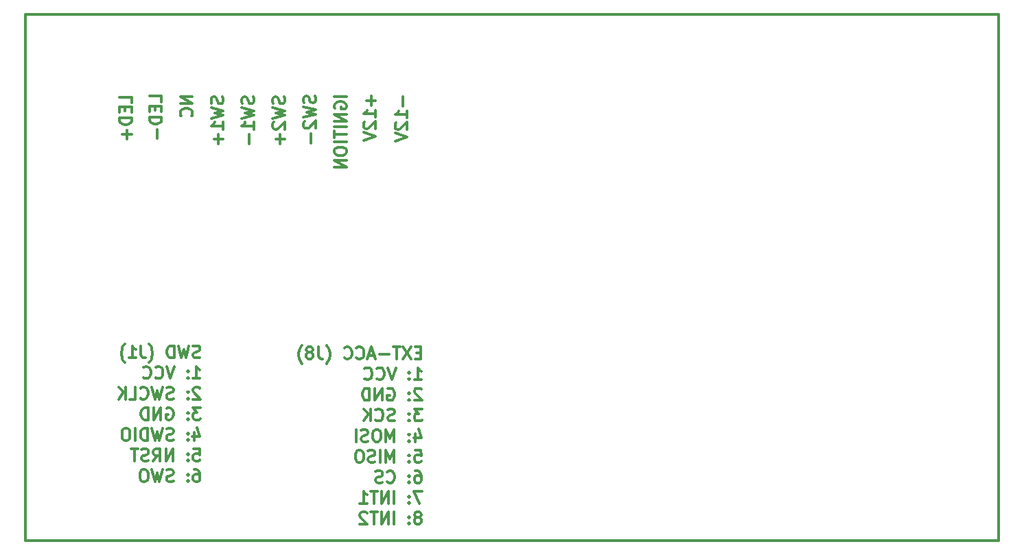
<source format=gbo>
G04 #@! TF.GenerationSoftware,KiCad,Pcbnew,5.0.2-bee76a0~70~ubuntu18.04.1*
G04 #@! TF.CreationDate,2019-02-06T18:27:39+01:00*
G04 #@! TF.ProjectId,g-track,672d7472-6163-46b2-9e6b-696361645f70,rev?*
G04 #@! TF.SameCoordinates,Original*
G04 #@! TF.FileFunction,Legend,Bot*
G04 #@! TF.FilePolarity,Positive*
%FSLAX46Y46*%
G04 Gerber Fmt 4.6, Leading zero omitted, Abs format (unit mm)*
G04 Created by KiCad (PCBNEW 5.0.2-bee76a0~70~ubuntu18.04.1) date 2019. febr. 6., szerda, 18:27:39 CET*
%MOMM*%
%LPD*%
G01*
G04 APERTURE LIST*
%ADD10C,0.300000*%
G04 APERTURE END LIST*
D10*
X110578571Y-65121428D02*
X109078571Y-65121428D01*
X110578571Y-65978571D01*
X109078571Y-65978571D01*
X110435714Y-67550000D02*
X110507142Y-67478571D01*
X110578571Y-67264285D01*
X110578571Y-67121428D01*
X110507142Y-66907142D01*
X110364285Y-66764285D01*
X110221428Y-66692857D01*
X109935714Y-66621428D01*
X109721428Y-66621428D01*
X109435714Y-66692857D01*
X109292857Y-66764285D01*
X109150000Y-66907142D01*
X109078571Y-67121428D01*
X109078571Y-67264285D01*
X109150000Y-67478571D01*
X109221428Y-67550000D01*
X103078571Y-65907142D02*
X103078571Y-65192857D01*
X101578571Y-65192857D01*
X102292857Y-66407142D02*
X102292857Y-66907142D01*
X103078571Y-67121428D02*
X103078571Y-66407142D01*
X101578571Y-66407142D01*
X101578571Y-67121428D01*
X103078571Y-67764285D02*
X101578571Y-67764285D01*
X101578571Y-68121428D01*
X101650000Y-68335714D01*
X101792857Y-68478571D01*
X101935714Y-68550000D01*
X102221428Y-68621428D01*
X102435714Y-68621428D01*
X102721428Y-68550000D01*
X102864285Y-68478571D01*
X103007142Y-68335714D01*
X103078571Y-68121428D01*
X103078571Y-67764285D01*
X102507142Y-69264285D02*
X102507142Y-70407142D01*
X103078571Y-69835714D02*
X101935714Y-69835714D01*
X106778571Y-65807142D02*
X106778571Y-65092857D01*
X105278571Y-65092857D01*
X105992857Y-66307142D02*
X105992857Y-66807142D01*
X106778571Y-67021428D02*
X106778571Y-66307142D01*
X105278571Y-66307142D01*
X105278571Y-67021428D01*
X106778571Y-67664285D02*
X105278571Y-67664285D01*
X105278571Y-68021428D01*
X105350000Y-68235714D01*
X105492857Y-68378571D01*
X105635714Y-68450000D01*
X105921428Y-68521428D01*
X106135714Y-68521428D01*
X106421428Y-68450000D01*
X106564285Y-68378571D01*
X106707142Y-68235714D01*
X106778571Y-68021428D01*
X106778571Y-67664285D01*
X106207142Y-69164285D02*
X106207142Y-70307142D01*
X114307142Y-65171428D02*
X114378571Y-65385714D01*
X114378571Y-65742857D01*
X114307142Y-65885714D01*
X114235714Y-65957142D01*
X114092857Y-66028571D01*
X113950000Y-66028571D01*
X113807142Y-65957142D01*
X113735714Y-65885714D01*
X113664285Y-65742857D01*
X113592857Y-65457142D01*
X113521428Y-65314285D01*
X113450000Y-65242857D01*
X113307142Y-65171428D01*
X113164285Y-65171428D01*
X113021428Y-65242857D01*
X112950000Y-65314285D01*
X112878571Y-65457142D01*
X112878571Y-65814285D01*
X112950000Y-66028571D01*
X112878571Y-66528571D02*
X114378571Y-66885714D01*
X113307142Y-67171428D01*
X114378571Y-67457142D01*
X112878571Y-67814285D01*
X114378571Y-69171428D02*
X114378571Y-68314285D01*
X114378571Y-68742857D02*
X112878571Y-68742857D01*
X113092857Y-68600000D01*
X113235714Y-68457142D01*
X113307142Y-68314285D01*
X113807142Y-69814285D02*
X113807142Y-70957142D01*
X114378571Y-70385714D02*
X113235714Y-70385714D01*
X118107142Y-65171428D02*
X118178571Y-65385714D01*
X118178571Y-65742857D01*
X118107142Y-65885714D01*
X118035714Y-65957142D01*
X117892857Y-66028571D01*
X117750000Y-66028571D01*
X117607142Y-65957142D01*
X117535714Y-65885714D01*
X117464285Y-65742857D01*
X117392857Y-65457142D01*
X117321428Y-65314285D01*
X117250000Y-65242857D01*
X117107142Y-65171428D01*
X116964285Y-65171428D01*
X116821428Y-65242857D01*
X116750000Y-65314285D01*
X116678571Y-65457142D01*
X116678571Y-65814285D01*
X116750000Y-66028571D01*
X116678571Y-66528571D02*
X118178571Y-66885714D01*
X117107142Y-67171428D01*
X118178571Y-67457142D01*
X116678571Y-67814285D01*
X118178571Y-69171428D02*
X118178571Y-68314285D01*
X118178571Y-68742857D02*
X116678571Y-68742857D01*
X116892857Y-68600000D01*
X117035714Y-68457142D01*
X117107142Y-68314285D01*
X117607142Y-69814285D02*
X117607142Y-70957142D01*
X121907142Y-65171428D02*
X121978571Y-65385714D01*
X121978571Y-65742857D01*
X121907142Y-65885714D01*
X121835714Y-65957142D01*
X121692857Y-66028571D01*
X121550000Y-66028571D01*
X121407142Y-65957142D01*
X121335714Y-65885714D01*
X121264285Y-65742857D01*
X121192857Y-65457142D01*
X121121428Y-65314285D01*
X121050000Y-65242857D01*
X120907142Y-65171428D01*
X120764285Y-65171428D01*
X120621428Y-65242857D01*
X120550000Y-65314285D01*
X120478571Y-65457142D01*
X120478571Y-65814285D01*
X120550000Y-66028571D01*
X120478571Y-66528571D02*
X121978571Y-66885714D01*
X120907142Y-67171428D01*
X121978571Y-67457142D01*
X120478571Y-67814285D01*
X120621428Y-68314285D02*
X120550000Y-68385714D01*
X120478571Y-68528571D01*
X120478571Y-68885714D01*
X120550000Y-69028571D01*
X120621428Y-69100000D01*
X120764285Y-69171428D01*
X120907142Y-69171428D01*
X121121428Y-69100000D01*
X121978571Y-68242857D01*
X121978571Y-69171428D01*
X121407142Y-69814285D02*
X121407142Y-70957142D01*
X121978571Y-70385714D02*
X120835714Y-70385714D01*
X125707142Y-65071428D02*
X125778571Y-65285714D01*
X125778571Y-65642857D01*
X125707142Y-65785714D01*
X125635714Y-65857142D01*
X125492857Y-65928571D01*
X125350000Y-65928571D01*
X125207142Y-65857142D01*
X125135714Y-65785714D01*
X125064285Y-65642857D01*
X124992857Y-65357142D01*
X124921428Y-65214285D01*
X124850000Y-65142857D01*
X124707142Y-65071428D01*
X124564285Y-65071428D01*
X124421428Y-65142857D01*
X124350000Y-65214285D01*
X124278571Y-65357142D01*
X124278571Y-65714285D01*
X124350000Y-65928571D01*
X124278571Y-66428571D02*
X125778571Y-66785714D01*
X124707142Y-67071428D01*
X125778571Y-67357142D01*
X124278571Y-67714285D01*
X124421428Y-68214285D02*
X124350000Y-68285714D01*
X124278571Y-68428571D01*
X124278571Y-68785714D01*
X124350000Y-68928571D01*
X124421428Y-69000000D01*
X124564285Y-69071428D01*
X124707142Y-69071428D01*
X124921428Y-69000000D01*
X125778571Y-68142857D01*
X125778571Y-69071428D01*
X125207142Y-69714285D02*
X125207142Y-70857142D01*
X129578571Y-65107142D02*
X128078571Y-65107142D01*
X128150000Y-66607142D02*
X128078571Y-66464285D01*
X128078571Y-66250000D01*
X128150000Y-66035714D01*
X128292857Y-65892857D01*
X128435714Y-65821428D01*
X128721428Y-65750000D01*
X128935714Y-65750000D01*
X129221428Y-65821428D01*
X129364285Y-65892857D01*
X129507142Y-66035714D01*
X129578571Y-66250000D01*
X129578571Y-66392857D01*
X129507142Y-66607142D01*
X129435714Y-66678571D01*
X128935714Y-66678571D01*
X128935714Y-66392857D01*
X129578571Y-67321428D02*
X128078571Y-67321428D01*
X129578571Y-68178571D01*
X128078571Y-68178571D01*
X129578571Y-68892857D02*
X128078571Y-68892857D01*
X128078571Y-69392857D02*
X128078571Y-70250000D01*
X129578571Y-69821428D02*
X128078571Y-69821428D01*
X129578571Y-70750000D02*
X128078571Y-70750000D01*
X128078571Y-71750000D02*
X128078571Y-72035714D01*
X128150000Y-72178571D01*
X128292857Y-72321428D01*
X128578571Y-72392857D01*
X129078571Y-72392857D01*
X129364285Y-72321428D01*
X129507142Y-72178571D01*
X129578571Y-72035714D01*
X129578571Y-71750000D01*
X129507142Y-71607142D01*
X129364285Y-71464285D01*
X129078571Y-71392857D01*
X128578571Y-71392857D01*
X128292857Y-71464285D01*
X128150000Y-71607142D01*
X128078571Y-71750000D01*
X129578571Y-73035714D02*
X128078571Y-73035714D01*
X129578571Y-73892857D01*
X128078571Y-73892857D01*
X132607142Y-65057142D02*
X132607142Y-66200000D01*
X133178571Y-65628571D02*
X132035714Y-65628571D01*
X133178571Y-67700000D02*
X133178571Y-66842857D01*
X133178571Y-67271428D02*
X131678571Y-67271428D01*
X131892857Y-67128571D01*
X132035714Y-66985714D01*
X132107142Y-66842857D01*
X131821428Y-68271428D02*
X131750000Y-68342857D01*
X131678571Y-68485714D01*
X131678571Y-68842857D01*
X131750000Y-68985714D01*
X131821428Y-69057142D01*
X131964285Y-69128571D01*
X132107142Y-69128571D01*
X132321428Y-69057142D01*
X133178571Y-68200000D01*
X133178571Y-69128571D01*
X131678571Y-69557142D02*
X133178571Y-70057142D01*
X131678571Y-70557142D01*
X136507142Y-65157142D02*
X136507142Y-66300000D01*
X137078571Y-67800000D02*
X137078571Y-66942857D01*
X137078571Y-67371428D02*
X135578571Y-67371428D01*
X135792857Y-67228571D01*
X135935714Y-67085714D01*
X136007142Y-66942857D01*
X135721428Y-68371428D02*
X135650000Y-68442857D01*
X135578571Y-68585714D01*
X135578571Y-68942857D01*
X135650000Y-69085714D01*
X135721428Y-69157142D01*
X135864285Y-69228571D01*
X136007142Y-69228571D01*
X136221428Y-69157142D01*
X137078571Y-68300000D01*
X137078571Y-69228571D01*
X135578571Y-69657142D02*
X137078571Y-70157142D01*
X135578571Y-70657142D01*
X138747857Y-96792857D02*
X138247857Y-96792857D01*
X138033571Y-97578571D02*
X138747857Y-97578571D01*
X138747857Y-96078571D01*
X138033571Y-96078571D01*
X137533571Y-96078571D02*
X136533571Y-97578571D01*
X136533571Y-96078571D02*
X137533571Y-97578571D01*
X136176428Y-96078571D02*
X135319285Y-96078571D01*
X135747857Y-97578571D02*
X135747857Y-96078571D01*
X134819285Y-97007142D02*
X133676428Y-97007142D01*
X133033571Y-97150000D02*
X132319285Y-97150000D01*
X133176428Y-97578571D02*
X132676428Y-96078571D01*
X132176428Y-97578571D01*
X130819285Y-97435714D02*
X130890714Y-97507142D01*
X131105000Y-97578571D01*
X131247857Y-97578571D01*
X131462142Y-97507142D01*
X131605000Y-97364285D01*
X131676428Y-97221428D01*
X131747857Y-96935714D01*
X131747857Y-96721428D01*
X131676428Y-96435714D01*
X131605000Y-96292857D01*
X131462142Y-96150000D01*
X131247857Y-96078571D01*
X131105000Y-96078571D01*
X130890714Y-96150000D01*
X130819285Y-96221428D01*
X129319285Y-97435714D02*
X129390714Y-97507142D01*
X129605000Y-97578571D01*
X129747857Y-97578571D01*
X129962142Y-97507142D01*
X130105000Y-97364285D01*
X130176428Y-97221428D01*
X130247857Y-96935714D01*
X130247857Y-96721428D01*
X130176428Y-96435714D01*
X130105000Y-96292857D01*
X129962142Y-96150000D01*
X129747857Y-96078571D01*
X129605000Y-96078571D01*
X129390714Y-96150000D01*
X129319285Y-96221428D01*
X127105000Y-98150000D02*
X127176428Y-98078571D01*
X127319285Y-97864285D01*
X127390714Y-97721428D01*
X127462142Y-97507142D01*
X127533571Y-97150000D01*
X127533571Y-96864285D01*
X127462142Y-96507142D01*
X127390714Y-96292857D01*
X127319285Y-96150000D01*
X127176428Y-95935714D01*
X127105000Y-95864285D01*
X126105000Y-96078571D02*
X126105000Y-97150000D01*
X126176428Y-97364285D01*
X126319285Y-97507142D01*
X126533571Y-97578571D01*
X126676428Y-97578571D01*
X125176428Y-96721428D02*
X125319285Y-96650000D01*
X125390714Y-96578571D01*
X125462142Y-96435714D01*
X125462142Y-96364285D01*
X125390714Y-96221428D01*
X125319285Y-96150000D01*
X125176428Y-96078571D01*
X124890714Y-96078571D01*
X124747857Y-96150000D01*
X124676428Y-96221428D01*
X124605000Y-96364285D01*
X124605000Y-96435714D01*
X124676428Y-96578571D01*
X124747857Y-96650000D01*
X124890714Y-96721428D01*
X125176428Y-96721428D01*
X125319285Y-96792857D01*
X125390714Y-96864285D01*
X125462142Y-97007142D01*
X125462142Y-97292857D01*
X125390714Y-97435714D01*
X125319285Y-97507142D01*
X125176428Y-97578571D01*
X124890714Y-97578571D01*
X124747857Y-97507142D01*
X124676428Y-97435714D01*
X124605000Y-97292857D01*
X124605000Y-97007142D01*
X124676428Y-96864285D01*
X124747857Y-96792857D01*
X124890714Y-96721428D01*
X124105000Y-98150000D02*
X124033571Y-98078571D01*
X123890714Y-97864285D01*
X123819285Y-97721428D01*
X123747857Y-97507142D01*
X123676428Y-97150000D01*
X123676428Y-96864285D01*
X123747857Y-96507142D01*
X123819285Y-96292857D01*
X123890714Y-96150000D01*
X124033571Y-95935714D01*
X124105000Y-95864285D01*
X137962142Y-100128571D02*
X138819285Y-100128571D01*
X138390714Y-100128571D02*
X138390714Y-98628571D01*
X138533571Y-98842857D01*
X138676428Y-98985714D01*
X138819285Y-99057142D01*
X137319285Y-99985714D02*
X137247857Y-100057142D01*
X137319285Y-100128571D01*
X137390714Y-100057142D01*
X137319285Y-99985714D01*
X137319285Y-100128571D01*
X137319285Y-99200000D02*
X137247857Y-99271428D01*
X137319285Y-99342857D01*
X137390714Y-99271428D01*
X137319285Y-99200000D01*
X137319285Y-99342857D01*
X135676428Y-98628571D02*
X135176428Y-100128571D01*
X134676428Y-98628571D01*
X133319285Y-99985714D02*
X133390714Y-100057142D01*
X133605000Y-100128571D01*
X133747857Y-100128571D01*
X133962142Y-100057142D01*
X134105000Y-99914285D01*
X134176428Y-99771428D01*
X134247857Y-99485714D01*
X134247857Y-99271428D01*
X134176428Y-98985714D01*
X134105000Y-98842857D01*
X133962142Y-98700000D01*
X133747857Y-98628571D01*
X133605000Y-98628571D01*
X133390714Y-98700000D01*
X133319285Y-98771428D01*
X131819285Y-99985714D02*
X131890714Y-100057142D01*
X132105000Y-100128571D01*
X132247857Y-100128571D01*
X132462142Y-100057142D01*
X132605000Y-99914285D01*
X132676428Y-99771428D01*
X132747857Y-99485714D01*
X132747857Y-99271428D01*
X132676428Y-98985714D01*
X132605000Y-98842857D01*
X132462142Y-98700000D01*
X132247857Y-98628571D01*
X132105000Y-98628571D01*
X131890714Y-98700000D01*
X131819285Y-98771428D01*
X138819285Y-101321428D02*
X138747857Y-101250000D01*
X138605000Y-101178571D01*
X138247857Y-101178571D01*
X138105000Y-101250000D01*
X138033571Y-101321428D01*
X137962142Y-101464285D01*
X137962142Y-101607142D01*
X138033571Y-101821428D01*
X138890714Y-102678571D01*
X137962142Y-102678571D01*
X137319285Y-102535714D02*
X137247857Y-102607142D01*
X137319285Y-102678571D01*
X137390714Y-102607142D01*
X137319285Y-102535714D01*
X137319285Y-102678571D01*
X137319285Y-101750000D02*
X137247857Y-101821428D01*
X137319285Y-101892857D01*
X137390714Y-101821428D01*
X137319285Y-101750000D01*
X137319285Y-101892857D01*
X134676428Y-101250000D02*
X134819285Y-101178571D01*
X135033571Y-101178571D01*
X135247857Y-101250000D01*
X135390714Y-101392857D01*
X135462142Y-101535714D01*
X135533571Y-101821428D01*
X135533571Y-102035714D01*
X135462142Y-102321428D01*
X135390714Y-102464285D01*
X135247857Y-102607142D01*
X135033571Y-102678571D01*
X134890714Y-102678571D01*
X134676428Y-102607142D01*
X134605000Y-102535714D01*
X134605000Y-102035714D01*
X134890714Y-102035714D01*
X133962142Y-102678571D02*
X133962142Y-101178571D01*
X133105000Y-102678571D01*
X133105000Y-101178571D01*
X132390714Y-102678571D02*
X132390714Y-101178571D01*
X132033571Y-101178571D01*
X131819285Y-101250000D01*
X131676428Y-101392857D01*
X131605000Y-101535714D01*
X131533571Y-101821428D01*
X131533571Y-102035714D01*
X131605000Y-102321428D01*
X131676428Y-102464285D01*
X131819285Y-102607142D01*
X132033571Y-102678571D01*
X132390714Y-102678571D01*
X138890714Y-103728571D02*
X137962142Y-103728571D01*
X138462142Y-104300000D01*
X138247857Y-104300000D01*
X138105000Y-104371428D01*
X138033571Y-104442857D01*
X137962142Y-104585714D01*
X137962142Y-104942857D01*
X138033571Y-105085714D01*
X138105000Y-105157142D01*
X138247857Y-105228571D01*
X138676428Y-105228571D01*
X138819285Y-105157142D01*
X138890714Y-105085714D01*
X137319285Y-105085714D02*
X137247857Y-105157142D01*
X137319285Y-105228571D01*
X137390714Y-105157142D01*
X137319285Y-105085714D01*
X137319285Y-105228571D01*
X137319285Y-104300000D02*
X137247857Y-104371428D01*
X137319285Y-104442857D01*
X137390714Y-104371428D01*
X137319285Y-104300000D01*
X137319285Y-104442857D01*
X135533571Y-105157142D02*
X135319285Y-105228571D01*
X134962142Y-105228571D01*
X134819285Y-105157142D01*
X134747857Y-105085714D01*
X134676428Y-104942857D01*
X134676428Y-104800000D01*
X134747857Y-104657142D01*
X134819285Y-104585714D01*
X134962142Y-104514285D01*
X135247857Y-104442857D01*
X135390714Y-104371428D01*
X135462142Y-104300000D01*
X135533571Y-104157142D01*
X135533571Y-104014285D01*
X135462142Y-103871428D01*
X135390714Y-103800000D01*
X135247857Y-103728571D01*
X134890714Y-103728571D01*
X134676428Y-103800000D01*
X133176428Y-105085714D02*
X133247857Y-105157142D01*
X133462142Y-105228571D01*
X133605000Y-105228571D01*
X133819285Y-105157142D01*
X133962142Y-105014285D01*
X134033571Y-104871428D01*
X134105000Y-104585714D01*
X134105000Y-104371428D01*
X134033571Y-104085714D01*
X133962142Y-103942857D01*
X133819285Y-103800000D01*
X133605000Y-103728571D01*
X133462142Y-103728571D01*
X133247857Y-103800000D01*
X133176428Y-103871428D01*
X132533571Y-105228571D02*
X132533571Y-103728571D01*
X131676428Y-105228571D02*
X132319285Y-104371428D01*
X131676428Y-103728571D02*
X132533571Y-104585714D01*
X138105000Y-106778571D02*
X138105000Y-107778571D01*
X138462142Y-106207142D02*
X138819285Y-107278571D01*
X137890714Y-107278571D01*
X137319285Y-107635714D02*
X137247857Y-107707142D01*
X137319285Y-107778571D01*
X137390714Y-107707142D01*
X137319285Y-107635714D01*
X137319285Y-107778571D01*
X137319285Y-106850000D02*
X137247857Y-106921428D01*
X137319285Y-106992857D01*
X137390714Y-106921428D01*
X137319285Y-106850000D01*
X137319285Y-106992857D01*
X135462142Y-107778571D02*
X135462142Y-106278571D01*
X134962142Y-107350000D01*
X134462142Y-106278571D01*
X134462142Y-107778571D01*
X133462142Y-106278571D02*
X133176428Y-106278571D01*
X133033571Y-106350000D01*
X132890714Y-106492857D01*
X132819285Y-106778571D01*
X132819285Y-107278571D01*
X132890714Y-107564285D01*
X133033571Y-107707142D01*
X133176428Y-107778571D01*
X133462142Y-107778571D01*
X133605000Y-107707142D01*
X133747857Y-107564285D01*
X133819285Y-107278571D01*
X133819285Y-106778571D01*
X133747857Y-106492857D01*
X133605000Y-106350000D01*
X133462142Y-106278571D01*
X132247857Y-107707142D02*
X132033571Y-107778571D01*
X131676428Y-107778571D01*
X131533571Y-107707142D01*
X131462142Y-107635714D01*
X131390714Y-107492857D01*
X131390714Y-107350000D01*
X131462142Y-107207142D01*
X131533571Y-107135714D01*
X131676428Y-107064285D01*
X131962142Y-106992857D01*
X132105000Y-106921428D01*
X132176428Y-106850000D01*
X132247857Y-106707142D01*
X132247857Y-106564285D01*
X132176428Y-106421428D01*
X132105000Y-106350000D01*
X131962142Y-106278571D01*
X131605000Y-106278571D01*
X131390714Y-106350000D01*
X130747857Y-107778571D02*
X130747857Y-106278571D01*
X138033571Y-108828571D02*
X138747857Y-108828571D01*
X138819285Y-109542857D01*
X138747857Y-109471428D01*
X138605000Y-109400000D01*
X138247857Y-109400000D01*
X138105000Y-109471428D01*
X138033571Y-109542857D01*
X137962142Y-109685714D01*
X137962142Y-110042857D01*
X138033571Y-110185714D01*
X138105000Y-110257142D01*
X138247857Y-110328571D01*
X138605000Y-110328571D01*
X138747857Y-110257142D01*
X138819285Y-110185714D01*
X137319285Y-110185714D02*
X137247857Y-110257142D01*
X137319285Y-110328571D01*
X137390714Y-110257142D01*
X137319285Y-110185714D01*
X137319285Y-110328571D01*
X137319285Y-109400000D02*
X137247857Y-109471428D01*
X137319285Y-109542857D01*
X137390714Y-109471428D01*
X137319285Y-109400000D01*
X137319285Y-109542857D01*
X135462142Y-110328571D02*
X135462142Y-108828571D01*
X134962142Y-109900000D01*
X134462142Y-108828571D01*
X134462142Y-110328571D01*
X133747857Y-110328571D02*
X133747857Y-108828571D01*
X133105000Y-110257142D02*
X132890714Y-110328571D01*
X132533571Y-110328571D01*
X132390714Y-110257142D01*
X132319285Y-110185714D01*
X132247857Y-110042857D01*
X132247857Y-109900000D01*
X132319285Y-109757142D01*
X132390714Y-109685714D01*
X132533571Y-109614285D01*
X132819285Y-109542857D01*
X132962142Y-109471428D01*
X133033571Y-109400000D01*
X133105000Y-109257142D01*
X133105000Y-109114285D01*
X133033571Y-108971428D01*
X132962142Y-108900000D01*
X132819285Y-108828571D01*
X132462142Y-108828571D01*
X132247857Y-108900000D01*
X131319285Y-108828571D02*
X131033571Y-108828571D01*
X130890714Y-108900000D01*
X130747857Y-109042857D01*
X130676428Y-109328571D01*
X130676428Y-109828571D01*
X130747857Y-110114285D01*
X130890714Y-110257142D01*
X131033571Y-110328571D01*
X131319285Y-110328571D01*
X131462142Y-110257142D01*
X131605000Y-110114285D01*
X131676428Y-109828571D01*
X131676428Y-109328571D01*
X131605000Y-109042857D01*
X131462142Y-108900000D01*
X131319285Y-108828571D01*
X138105000Y-111378571D02*
X138390714Y-111378571D01*
X138533571Y-111450000D01*
X138605000Y-111521428D01*
X138747857Y-111735714D01*
X138819285Y-112021428D01*
X138819285Y-112592857D01*
X138747857Y-112735714D01*
X138676428Y-112807142D01*
X138533571Y-112878571D01*
X138247857Y-112878571D01*
X138105000Y-112807142D01*
X138033571Y-112735714D01*
X137962142Y-112592857D01*
X137962142Y-112235714D01*
X138033571Y-112092857D01*
X138105000Y-112021428D01*
X138247857Y-111950000D01*
X138533571Y-111950000D01*
X138676428Y-112021428D01*
X138747857Y-112092857D01*
X138819285Y-112235714D01*
X137319285Y-112735714D02*
X137247857Y-112807142D01*
X137319285Y-112878571D01*
X137390714Y-112807142D01*
X137319285Y-112735714D01*
X137319285Y-112878571D01*
X137319285Y-111950000D02*
X137247857Y-112021428D01*
X137319285Y-112092857D01*
X137390714Y-112021428D01*
X137319285Y-111950000D01*
X137319285Y-112092857D01*
X134605000Y-112735714D02*
X134676428Y-112807142D01*
X134890714Y-112878571D01*
X135033571Y-112878571D01*
X135247857Y-112807142D01*
X135390714Y-112664285D01*
X135462142Y-112521428D01*
X135533571Y-112235714D01*
X135533571Y-112021428D01*
X135462142Y-111735714D01*
X135390714Y-111592857D01*
X135247857Y-111450000D01*
X135033571Y-111378571D01*
X134890714Y-111378571D01*
X134676428Y-111450000D01*
X134605000Y-111521428D01*
X134033571Y-112807142D02*
X133819285Y-112878571D01*
X133462142Y-112878571D01*
X133319285Y-112807142D01*
X133247857Y-112735714D01*
X133176428Y-112592857D01*
X133176428Y-112450000D01*
X133247857Y-112307142D01*
X133319285Y-112235714D01*
X133462142Y-112164285D01*
X133747857Y-112092857D01*
X133890714Y-112021428D01*
X133962142Y-111950000D01*
X134033571Y-111807142D01*
X134033571Y-111664285D01*
X133962142Y-111521428D01*
X133890714Y-111450000D01*
X133747857Y-111378571D01*
X133390714Y-111378571D01*
X133176428Y-111450000D01*
X138890714Y-113928571D02*
X137890714Y-113928571D01*
X138533571Y-115428571D01*
X137319285Y-115285714D02*
X137247857Y-115357142D01*
X137319285Y-115428571D01*
X137390714Y-115357142D01*
X137319285Y-115285714D01*
X137319285Y-115428571D01*
X137319285Y-114500000D02*
X137247857Y-114571428D01*
X137319285Y-114642857D01*
X137390714Y-114571428D01*
X137319285Y-114500000D01*
X137319285Y-114642857D01*
X135462142Y-115428571D02*
X135462142Y-113928571D01*
X134747857Y-115428571D02*
X134747857Y-113928571D01*
X133890714Y-115428571D01*
X133890714Y-113928571D01*
X133390714Y-113928571D02*
X132533571Y-113928571D01*
X132962142Y-115428571D02*
X132962142Y-113928571D01*
X131247857Y-115428571D02*
X132105000Y-115428571D01*
X131676428Y-115428571D02*
X131676428Y-113928571D01*
X131819285Y-114142857D01*
X131962142Y-114285714D01*
X132105000Y-114357142D01*
X138533571Y-117121428D02*
X138676428Y-117050000D01*
X138747857Y-116978571D01*
X138819285Y-116835714D01*
X138819285Y-116764285D01*
X138747857Y-116621428D01*
X138676428Y-116550000D01*
X138533571Y-116478571D01*
X138247857Y-116478571D01*
X138105000Y-116550000D01*
X138033571Y-116621428D01*
X137962142Y-116764285D01*
X137962142Y-116835714D01*
X138033571Y-116978571D01*
X138105000Y-117050000D01*
X138247857Y-117121428D01*
X138533571Y-117121428D01*
X138676428Y-117192857D01*
X138747857Y-117264285D01*
X138819285Y-117407142D01*
X138819285Y-117692857D01*
X138747857Y-117835714D01*
X138676428Y-117907142D01*
X138533571Y-117978571D01*
X138247857Y-117978571D01*
X138105000Y-117907142D01*
X138033571Y-117835714D01*
X137962142Y-117692857D01*
X137962142Y-117407142D01*
X138033571Y-117264285D01*
X138105000Y-117192857D01*
X138247857Y-117121428D01*
X137319285Y-117835714D02*
X137247857Y-117907142D01*
X137319285Y-117978571D01*
X137390714Y-117907142D01*
X137319285Y-117835714D01*
X137319285Y-117978571D01*
X137319285Y-117050000D02*
X137247857Y-117121428D01*
X137319285Y-117192857D01*
X137390714Y-117121428D01*
X137319285Y-117050000D01*
X137319285Y-117192857D01*
X135462142Y-117978571D02*
X135462142Y-116478571D01*
X134747857Y-117978571D02*
X134747857Y-116478571D01*
X133890714Y-117978571D01*
X133890714Y-116478571D01*
X133390714Y-116478571D02*
X132533571Y-116478571D01*
X132962142Y-117978571D02*
X132962142Y-116478571D01*
X132105000Y-116621428D02*
X132033571Y-116550000D01*
X131890714Y-116478571D01*
X131533571Y-116478571D01*
X131390714Y-116550000D01*
X131319285Y-116621428D01*
X131247857Y-116764285D01*
X131247857Y-116907142D01*
X131319285Y-117121428D01*
X132176428Y-117978571D01*
X131247857Y-117978571D01*
X111519285Y-97357142D02*
X111305000Y-97428571D01*
X110947857Y-97428571D01*
X110805000Y-97357142D01*
X110733571Y-97285714D01*
X110662142Y-97142857D01*
X110662142Y-97000000D01*
X110733571Y-96857142D01*
X110805000Y-96785714D01*
X110947857Y-96714285D01*
X111233571Y-96642857D01*
X111376428Y-96571428D01*
X111447857Y-96500000D01*
X111519285Y-96357142D01*
X111519285Y-96214285D01*
X111447857Y-96071428D01*
X111376428Y-96000000D01*
X111233571Y-95928571D01*
X110876428Y-95928571D01*
X110662142Y-96000000D01*
X110162142Y-95928571D02*
X109805000Y-97428571D01*
X109519285Y-96357142D01*
X109233571Y-97428571D01*
X108876428Y-95928571D01*
X108304999Y-97428571D02*
X108304999Y-95928571D01*
X107947857Y-95928571D01*
X107733571Y-96000000D01*
X107590714Y-96142857D01*
X107519285Y-96285714D01*
X107447857Y-96571428D01*
X107447857Y-96785714D01*
X107519285Y-97071428D01*
X107590714Y-97214285D01*
X107733571Y-97357142D01*
X107947857Y-97428571D01*
X108304999Y-97428571D01*
X105233571Y-98000000D02*
X105304999Y-97928571D01*
X105447857Y-97714285D01*
X105519285Y-97571428D01*
X105590714Y-97357142D01*
X105662142Y-97000000D01*
X105662142Y-96714285D01*
X105590714Y-96357142D01*
X105519285Y-96142857D01*
X105447857Y-96000000D01*
X105304999Y-95785714D01*
X105233571Y-95714285D01*
X104233571Y-95928571D02*
X104233571Y-97000000D01*
X104304999Y-97214285D01*
X104447857Y-97357142D01*
X104662142Y-97428571D01*
X104804999Y-97428571D01*
X102733571Y-97428571D02*
X103590714Y-97428571D01*
X103162142Y-97428571D02*
X103162142Y-95928571D01*
X103304999Y-96142857D01*
X103447857Y-96285714D01*
X103590714Y-96357142D01*
X102233571Y-98000000D02*
X102162142Y-97928571D01*
X102019285Y-97714285D01*
X101947857Y-97571428D01*
X101876428Y-97357142D01*
X101804999Y-97000000D01*
X101804999Y-96714285D01*
X101876428Y-96357142D01*
X101947857Y-96142857D01*
X102019285Y-96000000D01*
X102162142Y-95785714D01*
X102233571Y-95714285D01*
X110662142Y-99978571D02*
X111519285Y-99978571D01*
X111090714Y-99978571D02*
X111090714Y-98478571D01*
X111233571Y-98692857D01*
X111376428Y-98835714D01*
X111519285Y-98907142D01*
X110019285Y-99835714D02*
X109947857Y-99907142D01*
X110019285Y-99978571D01*
X110090714Y-99907142D01*
X110019285Y-99835714D01*
X110019285Y-99978571D01*
X110019285Y-99050000D02*
X109947857Y-99121428D01*
X110019285Y-99192857D01*
X110090714Y-99121428D01*
X110019285Y-99050000D01*
X110019285Y-99192857D01*
X108376428Y-98478571D02*
X107876428Y-99978571D01*
X107376428Y-98478571D01*
X106019285Y-99835714D02*
X106090714Y-99907142D01*
X106305000Y-99978571D01*
X106447857Y-99978571D01*
X106662142Y-99907142D01*
X106805000Y-99764285D01*
X106876428Y-99621428D01*
X106947857Y-99335714D01*
X106947857Y-99121428D01*
X106876428Y-98835714D01*
X106805000Y-98692857D01*
X106662142Y-98550000D01*
X106447857Y-98478571D01*
X106305000Y-98478571D01*
X106090714Y-98550000D01*
X106019285Y-98621428D01*
X104519285Y-99835714D02*
X104590714Y-99907142D01*
X104805000Y-99978571D01*
X104947857Y-99978571D01*
X105162142Y-99907142D01*
X105305000Y-99764285D01*
X105376428Y-99621428D01*
X105447857Y-99335714D01*
X105447857Y-99121428D01*
X105376428Y-98835714D01*
X105305000Y-98692857D01*
X105162142Y-98550000D01*
X104947857Y-98478571D01*
X104805000Y-98478571D01*
X104590714Y-98550000D01*
X104519285Y-98621428D01*
X111519285Y-101171428D02*
X111447857Y-101100000D01*
X111305000Y-101028571D01*
X110947857Y-101028571D01*
X110805000Y-101100000D01*
X110733571Y-101171428D01*
X110662142Y-101314285D01*
X110662142Y-101457142D01*
X110733571Y-101671428D01*
X111590714Y-102528571D01*
X110662142Y-102528571D01*
X110019285Y-102385714D02*
X109947857Y-102457142D01*
X110019285Y-102528571D01*
X110090714Y-102457142D01*
X110019285Y-102385714D01*
X110019285Y-102528571D01*
X110019285Y-101600000D02*
X109947857Y-101671428D01*
X110019285Y-101742857D01*
X110090714Y-101671428D01*
X110019285Y-101600000D01*
X110019285Y-101742857D01*
X108233571Y-102457142D02*
X108019285Y-102528571D01*
X107662142Y-102528571D01*
X107519285Y-102457142D01*
X107447857Y-102385714D01*
X107376428Y-102242857D01*
X107376428Y-102100000D01*
X107447857Y-101957142D01*
X107519285Y-101885714D01*
X107662142Y-101814285D01*
X107947857Y-101742857D01*
X108090714Y-101671428D01*
X108162142Y-101600000D01*
X108233571Y-101457142D01*
X108233571Y-101314285D01*
X108162142Y-101171428D01*
X108090714Y-101100000D01*
X107947857Y-101028571D01*
X107590714Y-101028571D01*
X107376428Y-101100000D01*
X106876428Y-101028571D02*
X106519285Y-102528571D01*
X106233571Y-101457142D01*
X105947857Y-102528571D01*
X105590714Y-101028571D01*
X104162142Y-102385714D02*
X104233571Y-102457142D01*
X104447857Y-102528571D01*
X104590714Y-102528571D01*
X104805000Y-102457142D01*
X104947857Y-102314285D01*
X105019285Y-102171428D01*
X105090714Y-101885714D01*
X105090714Y-101671428D01*
X105019285Y-101385714D01*
X104947857Y-101242857D01*
X104805000Y-101100000D01*
X104590714Y-101028571D01*
X104447857Y-101028571D01*
X104233571Y-101100000D01*
X104162142Y-101171428D01*
X102805000Y-102528571D02*
X103519285Y-102528571D01*
X103519285Y-101028571D01*
X102305000Y-102528571D02*
X102305000Y-101028571D01*
X101447857Y-102528571D02*
X102090714Y-101671428D01*
X101447857Y-101028571D02*
X102305000Y-101885714D01*
X111590714Y-103578571D02*
X110662142Y-103578571D01*
X111162142Y-104150000D01*
X110947857Y-104150000D01*
X110805000Y-104221428D01*
X110733571Y-104292857D01*
X110662142Y-104435714D01*
X110662142Y-104792857D01*
X110733571Y-104935714D01*
X110805000Y-105007142D01*
X110947857Y-105078571D01*
X111376428Y-105078571D01*
X111519285Y-105007142D01*
X111590714Y-104935714D01*
X110019285Y-104935714D02*
X109947857Y-105007142D01*
X110019285Y-105078571D01*
X110090714Y-105007142D01*
X110019285Y-104935714D01*
X110019285Y-105078571D01*
X110019285Y-104150000D02*
X109947857Y-104221428D01*
X110019285Y-104292857D01*
X110090714Y-104221428D01*
X110019285Y-104150000D01*
X110019285Y-104292857D01*
X107376428Y-103650000D02*
X107519285Y-103578571D01*
X107733571Y-103578571D01*
X107947857Y-103650000D01*
X108090714Y-103792857D01*
X108162142Y-103935714D01*
X108233571Y-104221428D01*
X108233571Y-104435714D01*
X108162142Y-104721428D01*
X108090714Y-104864285D01*
X107947857Y-105007142D01*
X107733571Y-105078571D01*
X107590714Y-105078571D01*
X107376428Y-105007142D01*
X107305000Y-104935714D01*
X107305000Y-104435714D01*
X107590714Y-104435714D01*
X106662142Y-105078571D02*
X106662142Y-103578571D01*
X105805000Y-105078571D01*
X105805000Y-103578571D01*
X105090714Y-105078571D02*
X105090714Y-103578571D01*
X104733571Y-103578571D01*
X104519285Y-103650000D01*
X104376428Y-103792857D01*
X104305000Y-103935714D01*
X104233571Y-104221428D01*
X104233571Y-104435714D01*
X104305000Y-104721428D01*
X104376428Y-104864285D01*
X104519285Y-105007142D01*
X104733571Y-105078571D01*
X105090714Y-105078571D01*
X110805000Y-106628571D02*
X110805000Y-107628571D01*
X111162142Y-106057142D02*
X111519285Y-107128571D01*
X110590714Y-107128571D01*
X110019285Y-107485714D02*
X109947857Y-107557142D01*
X110019285Y-107628571D01*
X110090714Y-107557142D01*
X110019285Y-107485714D01*
X110019285Y-107628571D01*
X110019285Y-106700000D02*
X109947857Y-106771428D01*
X110019285Y-106842857D01*
X110090714Y-106771428D01*
X110019285Y-106700000D01*
X110019285Y-106842857D01*
X108233571Y-107557142D02*
X108019285Y-107628571D01*
X107662142Y-107628571D01*
X107519285Y-107557142D01*
X107447857Y-107485714D01*
X107376428Y-107342857D01*
X107376428Y-107200000D01*
X107447857Y-107057142D01*
X107519285Y-106985714D01*
X107662142Y-106914285D01*
X107947857Y-106842857D01*
X108090714Y-106771428D01*
X108162142Y-106700000D01*
X108233571Y-106557142D01*
X108233571Y-106414285D01*
X108162142Y-106271428D01*
X108090714Y-106200000D01*
X107947857Y-106128571D01*
X107590714Y-106128571D01*
X107376428Y-106200000D01*
X106876428Y-106128571D02*
X106519285Y-107628571D01*
X106233571Y-106557142D01*
X105947857Y-107628571D01*
X105590714Y-106128571D01*
X105019285Y-107628571D02*
X105019285Y-106128571D01*
X104662142Y-106128571D01*
X104447857Y-106200000D01*
X104305000Y-106342857D01*
X104233571Y-106485714D01*
X104162142Y-106771428D01*
X104162142Y-106985714D01*
X104233571Y-107271428D01*
X104305000Y-107414285D01*
X104447857Y-107557142D01*
X104662142Y-107628571D01*
X105019285Y-107628571D01*
X103519285Y-107628571D02*
X103519285Y-106128571D01*
X102519285Y-106128571D02*
X102233571Y-106128571D01*
X102090714Y-106200000D01*
X101947857Y-106342857D01*
X101876428Y-106628571D01*
X101876428Y-107128571D01*
X101947857Y-107414285D01*
X102090714Y-107557142D01*
X102233571Y-107628571D01*
X102519285Y-107628571D01*
X102662142Y-107557142D01*
X102805000Y-107414285D01*
X102876428Y-107128571D01*
X102876428Y-106628571D01*
X102805000Y-106342857D01*
X102662142Y-106200000D01*
X102519285Y-106128571D01*
X110733571Y-108678571D02*
X111447857Y-108678571D01*
X111519285Y-109392857D01*
X111447857Y-109321428D01*
X111305000Y-109250000D01*
X110947857Y-109250000D01*
X110805000Y-109321428D01*
X110733571Y-109392857D01*
X110662142Y-109535714D01*
X110662142Y-109892857D01*
X110733571Y-110035714D01*
X110805000Y-110107142D01*
X110947857Y-110178571D01*
X111305000Y-110178571D01*
X111447857Y-110107142D01*
X111519285Y-110035714D01*
X110019285Y-110035714D02*
X109947857Y-110107142D01*
X110019285Y-110178571D01*
X110090714Y-110107142D01*
X110019285Y-110035714D01*
X110019285Y-110178571D01*
X110019285Y-109250000D02*
X109947857Y-109321428D01*
X110019285Y-109392857D01*
X110090714Y-109321428D01*
X110019285Y-109250000D01*
X110019285Y-109392857D01*
X108162142Y-110178571D02*
X108162142Y-108678571D01*
X107305000Y-110178571D01*
X107305000Y-108678571D01*
X105733571Y-110178571D02*
X106233571Y-109464285D01*
X106590714Y-110178571D02*
X106590714Y-108678571D01*
X106019285Y-108678571D01*
X105876428Y-108750000D01*
X105805000Y-108821428D01*
X105733571Y-108964285D01*
X105733571Y-109178571D01*
X105805000Y-109321428D01*
X105876428Y-109392857D01*
X106019285Y-109464285D01*
X106590714Y-109464285D01*
X105162142Y-110107142D02*
X104947857Y-110178571D01*
X104590714Y-110178571D01*
X104447857Y-110107142D01*
X104376428Y-110035714D01*
X104305000Y-109892857D01*
X104305000Y-109750000D01*
X104376428Y-109607142D01*
X104447857Y-109535714D01*
X104590714Y-109464285D01*
X104876428Y-109392857D01*
X105019285Y-109321428D01*
X105090714Y-109250000D01*
X105162142Y-109107142D01*
X105162142Y-108964285D01*
X105090714Y-108821428D01*
X105019285Y-108750000D01*
X104876428Y-108678571D01*
X104519285Y-108678571D01*
X104305000Y-108750000D01*
X103876428Y-108678571D02*
X103019285Y-108678571D01*
X103447857Y-110178571D02*
X103447857Y-108678571D01*
X110805000Y-111228571D02*
X111090714Y-111228571D01*
X111233571Y-111300000D01*
X111305000Y-111371428D01*
X111447857Y-111585714D01*
X111519285Y-111871428D01*
X111519285Y-112442857D01*
X111447857Y-112585714D01*
X111376428Y-112657142D01*
X111233571Y-112728571D01*
X110947857Y-112728571D01*
X110805000Y-112657142D01*
X110733571Y-112585714D01*
X110662142Y-112442857D01*
X110662142Y-112085714D01*
X110733571Y-111942857D01*
X110805000Y-111871428D01*
X110947857Y-111800000D01*
X111233571Y-111800000D01*
X111376428Y-111871428D01*
X111447857Y-111942857D01*
X111519285Y-112085714D01*
X110019285Y-112585714D02*
X109947857Y-112657142D01*
X110019285Y-112728571D01*
X110090714Y-112657142D01*
X110019285Y-112585714D01*
X110019285Y-112728571D01*
X110019285Y-111800000D02*
X109947857Y-111871428D01*
X110019285Y-111942857D01*
X110090714Y-111871428D01*
X110019285Y-111800000D01*
X110019285Y-111942857D01*
X108233571Y-112657142D02*
X108019285Y-112728571D01*
X107662142Y-112728571D01*
X107519285Y-112657142D01*
X107447857Y-112585714D01*
X107376428Y-112442857D01*
X107376428Y-112300000D01*
X107447857Y-112157142D01*
X107519285Y-112085714D01*
X107662142Y-112014285D01*
X107947857Y-111942857D01*
X108090714Y-111871428D01*
X108162142Y-111800000D01*
X108233571Y-111657142D01*
X108233571Y-111514285D01*
X108162142Y-111371428D01*
X108090714Y-111300000D01*
X107947857Y-111228571D01*
X107590714Y-111228571D01*
X107376428Y-111300000D01*
X106876428Y-111228571D02*
X106519285Y-112728571D01*
X106233571Y-111657142D01*
X105947857Y-112728571D01*
X105590714Y-111228571D01*
X104733571Y-111228571D02*
X104447857Y-111228571D01*
X104305000Y-111300000D01*
X104162142Y-111442857D01*
X104090714Y-111728571D01*
X104090714Y-112228571D01*
X104162142Y-112514285D01*
X104305000Y-112657142D01*
X104447857Y-112728571D01*
X104733571Y-112728571D01*
X104876428Y-112657142D01*
X105019285Y-112514285D01*
X105090714Y-112228571D01*
X105090714Y-111728571D01*
X105019285Y-111442857D01*
X104876428Y-111300000D01*
X104733571Y-111228571D01*
X90000000Y-55000000D02*
X90000000Y-120000000D01*
X210000000Y-55000000D02*
X90000000Y-55000000D01*
X210000000Y-120000000D02*
X210000000Y-55000000D01*
X90000000Y-120000000D02*
X210000000Y-120000000D01*
M02*

</source>
